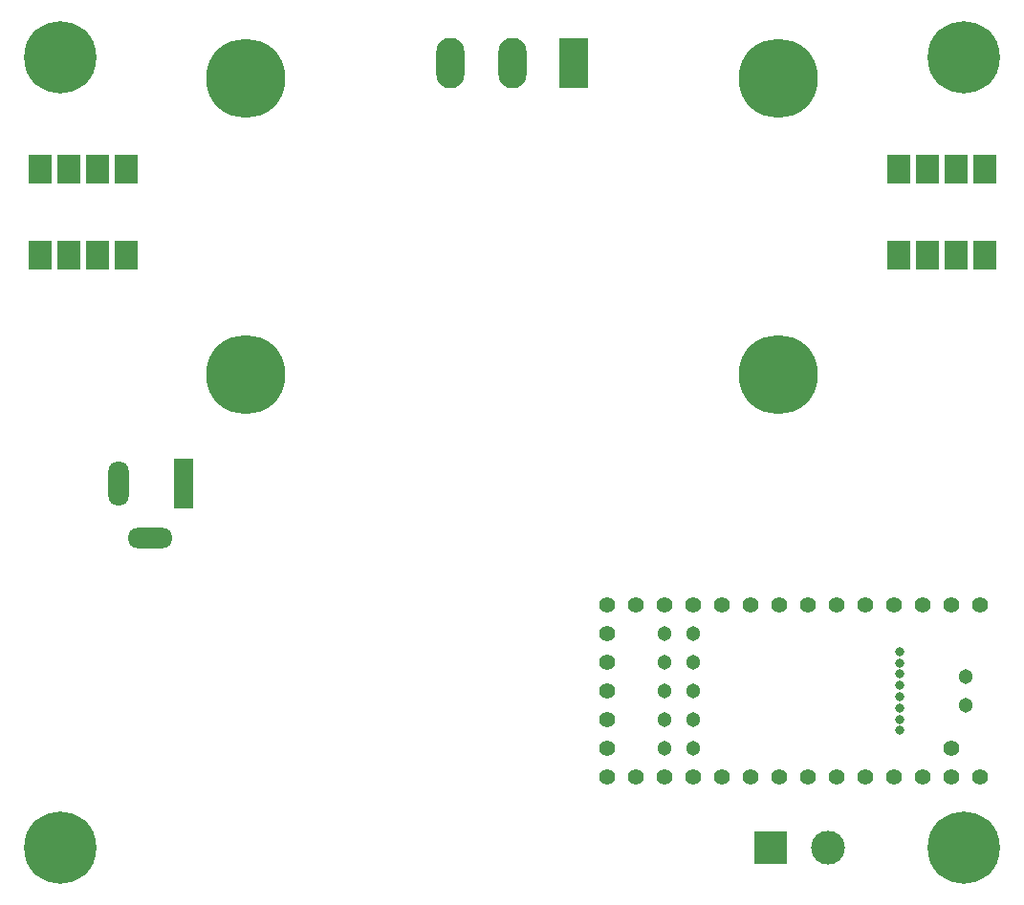
<source format=gbr>
G04 #@! TF.GenerationSoftware,KiCad,Pcbnew,5.1.7-a382d34a8~87~ubuntu18.04.1*
G04 #@! TF.CreationDate,2021-02-18T22:44:55+00:00*
G04 #@! TF.ProjectId,Laser-Driver-v3,4c617365-722d-4447-9269-7665722d7633,rev?*
G04 #@! TF.SameCoordinates,Original*
G04 #@! TF.FileFunction,Soldermask,Bot*
G04 #@! TF.FilePolarity,Negative*
%FSLAX46Y46*%
G04 Gerber Fmt 4.6, Leading zero omitted, Abs format (unit mm)*
G04 Created by KiCad (PCBNEW 5.1.7-a382d34a8~87~ubuntu18.04.1) date 2021-02-18 22:44:55*
%MOMM*%
%LPD*%
G01*
G04 APERTURE LIST*
%ADD10C,7.000000*%
%ADD11C,0.800000*%
%ADD12C,6.400000*%
%ADD13C,1.404000*%
%ADD14C,1.304000*%
%ADD15C,0.804000*%
%ADD16R,2.000000X2.600000*%
%ADD17R,1.800000X4.400000*%
%ADD18O,1.800000X4.000000*%
%ADD19O,4.000000X1.800000*%
%ADD20O,2.500000X4.500000*%
%ADD21R,2.500000X4.500000*%
%ADD22C,3.000000*%
%ADD23R,3.000000X3.000000*%
G04 APERTURE END LIST*
D10*
G04 #@! TO.C,HS1*
X111400000Y-73100000D03*
X158600000Y-73100000D03*
X158600000Y-46900000D03*
X111400000Y-46900000D03*
G04 #@! TD*
D11*
G04 #@! TO.C,H4*
X96697056Y-43302944D03*
X95000000Y-42600000D03*
X93302944Y-43302944D03*
X92600000Y-45000000D03*
X93302944Y-46697056D03*
X95000000Y-47400000D03*
X96697056Y-46697056D03*
X97400000Y-45000000D03*
D12*
X95000000Y-45000000D03*
G04 #@! TD*
D11*
G04 #@! TO.C,H3*
X176697056Y-43302944D03*
X175000000Y-42600000D03*
X173302944Y-43302944D03*
X172600000Y-45000000D03*
X173302944Y-46697056D03*
X175000000Y-47400000D03*
X176697056Y-46697056D03*
X177400000Y-45000000D03*
D12*
X175000000Y-45000000D03*
G04 #@! TD*
D11*
G04 #@! TO.C,H2*
X96697056Y-113302944D03*
X95000000Y-112600000D03*
X93302944Y-113302944D03*
X92600000Y-115000000D03*
X93302944Y-116697056D03*
X95000000Y-117400000D03*
X96697056Y-116697056D03*
X97400000Y-115000000D03*
D12*
X95000000Y-115000000D03*
G04 #@! TD*
D11*
G04 #@! TO.C,H1*
X176697056Y-113302944D03*
X175000000Y-112600000D03*
X173302944Y-113302944D03*
X172600000Y-115000000D03*
X173302944Y-116697056D03*
X175000000Y-117400000D03*
X176697056Y-116697056D03*
X177400000Y-115000000D03*
D12*
X175000000Y-115000000D03*
G04 #@! TD*
D13*
G04 #@! TO.C,U2*
X176410000Y-93530000D03*
X173870000Y-93530000D03*
D14*
X148470000Y-106230000D03*
X151010000Y-106230000D03*
X148470000Y-103690000D03*
X151010000Y-103690000D03*
X148470000Y-101150000D03*
X151010000Y-101150000D03*
X148470000Y-98610000D03*
X151010000Y-98610000D03*
X148470000Y-96070000D03*
X151010000Y-96070000D03*
D15*
X169271600Y-104650000D03*
X169271600Y-103650000D03*
X169271600Y-102650000D03*
X169271600Y-101650000D03*
X169271600Y-100650000D03*
X169271600Y-99650000D03*
X169271600Y-98650000D03*
X169271600Y-97650000D03*
D14*
X175140000Y-102420000D03*
X175140000Y-99880000D03*
D13*
X171330000Y-93530000D03*
X168790000Y-93530000D03*
X166250000Y-93530000D03*
X163710000Y-93530000D03*
X161170000Y-93530000D03*
X158630000Y-93530000D03*
X156090000Y-93530000D03*
X153550000Y-93530000D03*
X151010000Y-93530000D03*
X148470000Y-93530000D03*
X143390000Y-93530000D03*
X143390000Y-96070000D03*
X143390000Y-98610000D03*
X143390000Y-101150000D03*
X143390000Y-103690000D03*
X143390000Y-106230000D03*
X143390000Y-108770000D03*
X145930000Y-108770000D03*
X148470000Y-108770000D03*
X151010000Y-108770000D03*
X153550000Y-108770000D03*
X156090000Y-108770000D03*
X158630000Y-108770000D03*
X161170000Y-108770000D03*
X163710000Y-108770000D03*
X166250000Y-108770000D03*
X168790000Y-108770000D03*
X171330000Y-108770000D03*
X173870000Y-108770000D03*
X173870000Y-106230000D03*
X176410000Y-108770000D03*
X145930000Y-93530000D03*
G04 #@! TD*
D16*
G04 #@! TO.C,J5*
X100810000Y-62540000D03*
X98270000Y-62540000D03*
X95730000Y-62540000D03*
X93190000Y-62540000D03*
X100810000Y-54920000D03*
X98270000Y-54920000D03*
X93190000Y-54920000D03*
X95730000Y-54920000D03*
G04 #@! TD*
G04 #@! TO.C,J2*
X176810000Y-62540000D03*
X174270000Y-62540000D03*
X171730000Y-62540000D03*
X169190000Y-62540000D03*
X176810000Y-54920000D03*
X174270000Y-54920000D03*
X169190000Y-54920000D03*
X171730000Y-54920000D03*
G04 #@! TD*
D17*
G04 #@! TO.C,J6*
X105900000Y-82800000D03*
D18*
X100100000Y-82800000D03*
D19*
X102900000Y-87600000D03*
G04 #@! TD*
D20*
G04 #@! TO.C,Q1*
X129550000Y-45500000D03*
X135000000Y-45500000D03*
D21*
X140450000Y-45500000D03*
G04 #@! TD*
D22*
G04 #@! TO.C,J1*
X162930000Y-115000000D03*
D23*
X157850000Y-115000000D03*
G04 #@! TD*
M02*

</source>
